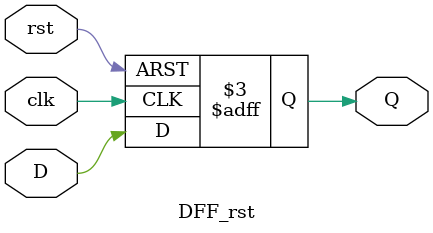
<source format=sv>
module T(
    input  logic clk, rst, T,
    output logic Q );// reg Q
    
    logic DT;   //wire DT;
    
    assign DT = Q ^ T;
    
    // ÊµÀý»¯ D´¥·¢Æ÷
    DFF_rst D1(clk, rst, DT, Q);
endmodule

module DFF_rst(
    input  logic clk, rst, D,
    output logic Q);
    
    always_ff @(posedge clk, negedge rst)
        if(~rst) Q <= 1'b0;
        else     Q <= D;
endmodule
</source>
